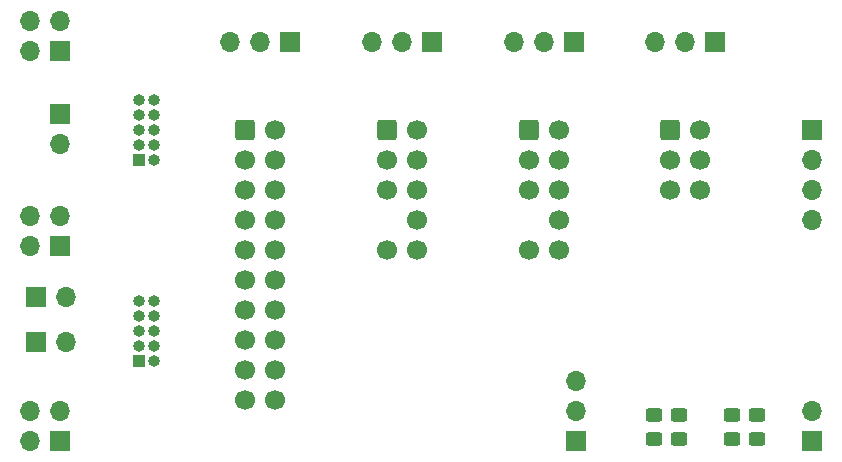
<source format=gbr>
G04 #@! TF.GenerationSoftware,KiCad,Pcbnew,(6.0.2-0)*
G04 #@! TF.CreationDate,2022-06-21T16:35:03+02:00*
G04 #@! TF.ProjectId,ATMEL-ICE-Octopus,41544d45-4c2d-4494-9345-2d4f63746f70,A1*
G04 #@! TF.SameCoordinates,Original*
G04 #@! TF.FileFunction,Soldermask,Top*
G04 #@! TF.FilePolarity,Negative*
%FSLAX46Y46*%
G04 Gerber Fmt 4.6, Leading zero omitted, Abs format (unit mm)*
G04 Created by KiCad (PCBNEW (6.0.2-0)) date 2022-06-21 16:35:03*
%MOMM*%
%LPD*%
G01*
G04 APERTURE LIST*
G04 Aperture macros list*
%AMRoundRect*
0 Rectangle with rounded corners*
0 $1 Rounding radius*
0 $2 $3 $4 $5 $6 $7 $8 $9 X,Y pos of 4 corners*
0 Add a 4 corners polygon primitive as box body*
4,1,4,$2,$3,$4,$5,$6,$7,$8,$9,$2,$3,0*
0 Add four circle primitives for the rounded corners*
1,1,$1+$1,$2,$3*
1,1,$1+$1,$4,$5*
1,1,$1+$1,$6,$7*
1,1,$1+$1,$8,$9*
0 Add four rect primitives between the rounded corners*
20,1,$1+$1,$2,$3,$4,$5,0*
20,1,$1+$1,$4,$5,$6,$7,0*
20,1,$1+$1,$6,$7,$8,$9,0*
20,1,$1+$1,$8,$9,$2,$3,0*%
G04 Aperture macros list end*
%ADD10R,1.700000X1.700000*%
%ADD11O,1.700000X1.700000*%
%ADD12R,1.000000X1.000000*%
%ADD13O,1.000000X1.000000*%
%ADD14RoundRect,0.250000X-0.600000X-0.600000X0.600000X-0.600000X0.600000X0.600000X-0.600000X0.600000X0*%
%ADD15C,1.700000*%
%ADD16RoundRect,0.250000X-0.450000X0.325000X-0.450000X-0.325000X0.450000X-0.325000X0.450000X0.325000X0*%
G04 APERTURE END LIST*
D10*
G04 #@! TO.C,JP1*
X92300000Y-105600000D03*
D11*
X94840000Y-105600000D03*
G04 #@! TD*
D12*
G04 #@! TO.C,J1*
X101000000Y-111040000D03*
D13*
X102270000Y-111040000D03*
X101000000Y-109770000D03*
X102270000Y-109770000D03*
X101000000Y-108500000D03*
X102270000Y-108500000D03*
X101000000Y-107230000D03*
X102270000Y-107230000D03*
X101000000Y-105960000D03*
X102270000Y-105960000D03*
G04 #@! TD*
D14*
G04 #@! TO.C,J12*
X122000000Y-91500000D03*
D15*
X124540000Y-91500000D03*
X122000000Y-94040000D03*
X124540000Y-94040000D03*
X122000000Y-96580000D03*
X124540000Y-96580000D03*
X124540000Y-99120000D03*
X122000000Y-101660000D03*
X124540000Y-101660000D03*
G04 #@! TD*
D10*
G04 #@! TO.C,J8*
X94300000Y-90100000D03*
D11*
X94300000Y-92640000D03*
G04 #@! TD*
D10*
G04 #@! TO.C,J3*
X94325000Y-101270000D03*
D11*
X91785000Y-101270000D03*
X94325000Y-98730000D03*
X91785000Y-98730000D03*
G04 #@! TD*
D10*
G04 #@! TO.C,J16*
X158000000Y-117800000D03*
D11*
X158000000Y-115260000D03*
G04 #@! TD*
D10*
G04 #@! TO.C,J21*
X113810000Y-84000000D03*
D11*
X111270000Y-84000000D03*
X108730000Y-84000000D03*
G04 #@! TD*
D12*
G04 #@! TO.C,J2*
X101000000Y-94040000D03*
D13*
X102270000Y-94040000D03*
X101000000Y-92770000D03*
X102270000Y-92770000D03*
X101000000Y-91500000D03*
X102270000Y-91500000D03*
X101000000Y-90230000D03*
X102270000Y-90230000D03*
X101000000Y-88960000D03*
X102270000Y-88960000D03*
G04 #@! TD*
D16*
G04 #@! TO.C,D12*
X153300000Y-115600000D03*
X153300000Y-117650000D03*
G04 #@! TD*
D10*
G04 #@! TO.C,J5*
X94325000Y-84760000D03*
D11*
X91785000Y-84760000D03*
X94325000Y-82220000D03*
X91785000Y-82220000D03*
G04 #@! TD*
D10*
G04 #@! TO.C,J4*
X94325000Y-117780000D03*
D11*
X91785000Y-117780000D03*
X94325000Y-115240000D03*
X91785000Y-115240000D03*
G04 #@! TD*
D14*
G04 #@! TO.C,J14*
X146000000Y-91500000D03*
D15*
X148540000Y-91500000D03*
X146000000Y-94040000D03*
X148540000Y-94040000D03*
X146000000Y-96580000D03*
X148540000Y-96580000D03*
G04 #@! TD*
D14*
G04 #@! TO.C,J11*
X110000000Y-91500000D03*
D15*
X112540000Y-91500000D03*
X110000000Y-94040000D03*
X112540000Y-94040000D03*
X110000000Y-96580000D03*
X112540000Y-96580000D03*
X110000000Y-99120000D03*
X112540000Y-99120000D03*
X110000000Y-101660000D03*
X112540000Y-101660000D03*
X110000000Y-104200000D03*
X112540000Y-104200000D03*
X110000000Y-106740000D03*
X112540000Y-106740000D03*
X110000000Y-109280000D03*
X112540000Y-109280000D03*
X110000000Y-111820000D03*
X112540000Y-111820000D03*
X110000000Y-114360000D03*
X112540000Y-114360000D03*
G04 #@! TD*
D10*
G04 #@! TO.C,J23*
X137810000Y-84000000D03*
D11*
X135270000Y-84000000D03*
X132730000Y-84000000D03*
G04 #@! TD*
D16*
G04 #@! TO.C,D28*
X146700000Y-115600000D03*
X146700000Y-117650000D03*
G04 #@! TD*
D10*
G04 #@! TO.C,JP2*
X92300000Y-109400000D03*
D11*
X94840000Y-109400000D03*
G04 #@! TD*
D14*
G04 #@! TO.C,J13*
X134000000Y-91500000D03*
D15*
X136540000Y-91500000D03*
X134000000Y-94040000D03*
X136540000Y-94040000D03*
X134000000Y-96580000D03*
X136540000Y-96580000D03*
X136540000Y-99120000D03*
X134000000Y-101660000D03*
X136540000Y-101660000D03*
G04 #@! TD*
D16*
G04 #@! TO.C,D11*
X151200000Y-115575000D03*
X151200000Y-117625000D03*
G04 #@! TD*
G04 #@! TO.C,D26*
X144600000Y-115600000D03*
X144600000Y-117650000D03*
G04 #@! TD*
D10*
G04 #@! TO.C,J15*
X158000000Y-91500000D03*
D11*
X158000000Y-94040000D03*
X158000000Y-96580000D03*
X158000000Y-99120000D03*
G04 #@! TD*
D10*
G04 #@! TO.C,J24*
X149810000Y-84000000D03*
D11*
X147270000Y-84000000D03*
X144730000Y-84000000D03*
G04 #@! TD*
D10*
G04 #@! TO.C,J9*
X138000000Y-117800000D03*
D11*
X138000000Y-115260000D03*
X138000000Y-112720000D03*
G04 #@! TD*
D10*
G04 #@! TO.C,J22*
X125810000Y-84000000D03*
D11*
X123270000Y-84000000D03*
X120730000Y-84000000D03*
G04 #@! TD*
M02*

</source>
